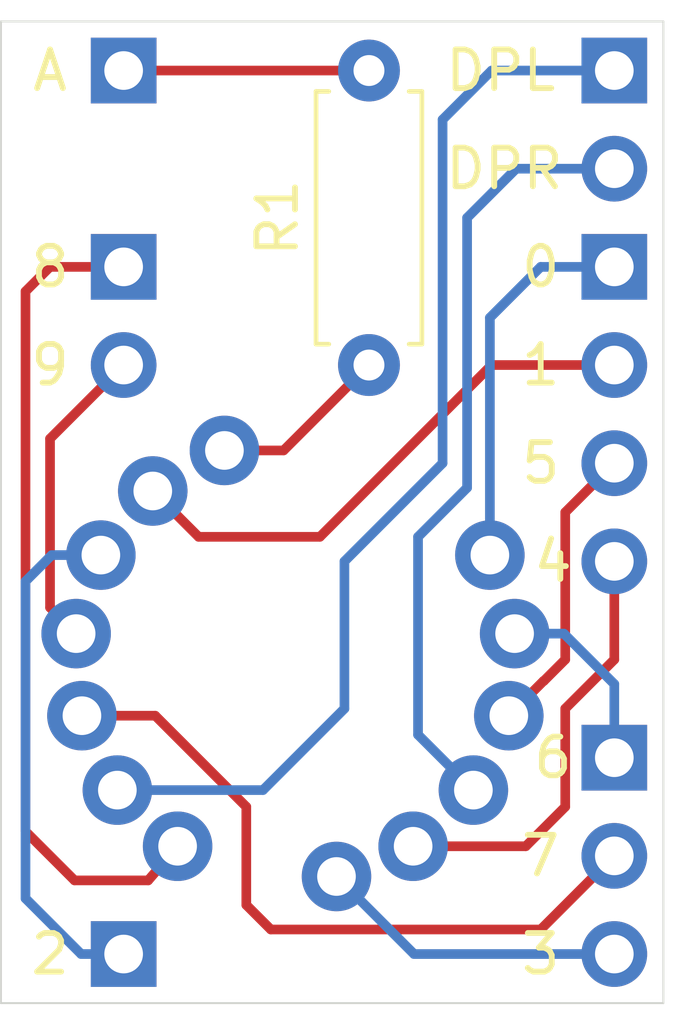
<source format=kicad_pcb>
(kicad_pcb (version 20171130) (host pcbnew "(5.1.5-0)")

  (general
    (thickness 1.6)
    (drawings 17)
    (tracks 58)
    (zones 0)
    (modules 8)
    (nets 15)
  )

  (page A4)
  (layers
    (0 F.Cu signal)
    (31 B.Cu signal hide)
    (32 B.Adhes user)
    (33 F.Adhes user)
    (34 B.Paste user)
    (35 F.Paste user)
    (36 B.SilkS user)
    (37 F.SilkS user)
    (38 B.Mask user)
    (39 F.Mask user)
    (40 Dwgs.User user)
    (41 Cmts.User user)
    (42 Eco1.User user)
    (43 Eco2.User user)
    (44 Edge.Cuts user)
    (45 Margin user)
    (46 B.CrtYd user)
    (47 F.CrtYd user hide)
    (48 B.Fab user)
    (49 F.Fab user hide)
  )

  (setup
    (last_trace_width 0.25)
    (trace_clearance 0.2)
    (zone_clearance 0.508)
    (zone_45_only no)
    (trace_min 0.2)
    (via_size 0.8)
    (via_drill 0.4)
    (via_min_size 0.4)
    (via_min_drill 0.3)
    (uvia_size 0.3)
    (uvia_drill 0.1)
    (uvias_allowed no)
    (uvia_min_size 0.2)
    (uvia_min_drill 0.1)
    (edge_width 0.05)
    (segment_width 0.2)
    (pcb_text_width 0.3)
    (pcb_text_size 1.5 1.5)
    (mod_edge_width 0.12)
    (mod_text_size 1 1)
    (mod_text_width 0.15)
    (pad_size 1.524 1.524)
    (pad_drill 0.762)
    (pad_to_mask_clearance 0.051)
    (solder_mask_min_width 0.25)
    (aux_axis_origin 0 0)
    (visible_elements FFFFFF7F)
    (pcbplotparams
      (layerselection 0x010fc_ffffffff)
      (usegerberextensions false)
      (usegerberattributes false)
      (usegerberadvancedattributes false)
      (creategerberjobfile false)
      (excludeedgelayer true)
      (linewidth 0.100000)
      (plotframeref false)
      (viasonmask false)
      (mode 1)
      (useauxorigin false)
      (hpglpennumber 1)
      (hpglpenspeed 20)
      (hpglpendiameter 15.000000)
      (psnegative false)
      (psa4output false)
      (plotreference true)
      (plotvalue true)
      (plotinvisibletext false)
      (padsonsilk false)
      (subtractmaskfromsilk false)
      (outputformat 1)
      (mirror false)
      (drillshape 1)
      (scaleselection 1)
      (outputdirectory ""))
  )

  (net 0 "")
  (net 1 "Net-(J1-Pad2)")
  (net 2 "Net-(J1-Pad1)")
  (net 3 "Net-(J2-Pad1)")
  (net 4 "Net-(J3-Pad4)")
  (net 5 "Net-(J3-Pad3)")
  (net 6 "Net-(J3-Pad2)")
  (net 7 "Net-(J3-Pad1)")
  (net 8 "Net-(J4-Pad3)")
  (net 9 "Net-(J4-Pad2)")
  (net 10 "Net-(J4-Pad1)")
  (net 11 "Net-(J5-Pad1)")
  (net 12 "Net-(J6-Pad2)")
  (net 13 "Net-(J6-Pad1)")
  (net 14 "Net-(R1-Pad1)")

  (net_class Default "This is the default net class."
    (clearance 0.2)
    (trace_width 0.25)
    (via_dia 0.8)
    (via_drill 0.4)
    (uvia_dia 0.3)
    (uvia_drill 0.1)
    (add_net "Net-(J1-Pad1)")
    (add_net "Net-(J1-Pad2)")
    (add_net "Net-(J2-Pad1)")
    (add_net "Net-(J3-Pad1)")
    (add_net "Net-(J3-Pad2)")
    (add_net "Net-(J3-Pad3)")
    (add_net "Net-(J3-Pad4)")
    (add_net "Net-(J4-Pad1)")
    (add_net "Net-(J4-Pad2)")
    (add_net "Net-(J4-Pad3)")
    (add_net "Net-(J5-Pad1)")
    (add_net "Net-(J6-Pad1)")
    (add_net "Net-(J6-Pad2)")
    (add_net "Net-(R1-Pad1)")
  )

  (module mynixies:mynixies-B5441-DSUB (layer F.Cu) (tedit 60C91DCE) (tstamp 60C91A2D)
    (at 4.445 10.16)
    (path /60C89D90)
    (attr virtual)
    (fp_text reference V1 (at 0 7.62) (layer F.SilkS) hide
      (effects (font (size 1.27 1.27) (thickness 0.1016)))
    )
    (fp_text value B5441 (at 3.81 -5.715) (layer F.SilkS) hide
      (effects (font (size 1.27 1.27) (thickness 0.1016)))
    )
    (pad 14 thru_hole circle (at 5.03428 -2.70256) (size 1.79832 1.79832) (drill 1) (layers *.Cu *.Mask)
      (net 7 "Net-(J3-Pad1)"))
    (pad 13 thru_hole circle (at 5.67436 -0.67056) (size 1.79832 1.79832) (drill 1) (layers *.Cu *.Mask)
      (net 10 "Net-(J4-Pad1)"))
    (pad 12 thru_hole circle (at 5.5245 1.45288) (size 1.79832 1.79832) (drill 1) (layers *.Cu *.Mask)
      (net 5 "Net-(J3-Pad3)"))
    (pad 11 thru_hole circle (at 4.60756 3.3782) (size 1.79832 1.79832) (drill 1) (layers *.Cu *.Mask)
      (net 12 "Net-(J6-Pad2)"))
    (pad 10 thru_hole circle (at 3.048 4.83108) (size 1.79832 1.79832) (drill 1) (layers *.Cu *.Mask)
      (net 4 "Net-(J3-Pad4)"))
    (pad 9 thru_hole circle (at 1.06426 5.6134) (size 1.79832 1.79832) (drill 1) (layers *.Cu *.Mask)
      (net 8 "Net-(J4-Pad3)"))
    (pad 7 thru_hole circle (at -3.048 4.83108) (size 1.79832 1.79832) (drill 1) (layers *.Cu *.Mask)
      (net 2 "Net-(J1-Pad1)"))
    (pad 6 thru_hole circle (at -4.60756 3.3782) (size 1.79832 1.79832) (drill 1) (layers *.Cu *.Mask)
      (net 13 "Net-(J6-Pad1)"))
    (pad 5 thru_hole circle (at -5.5245 1.45288) (size 1.79832 1.79832) (drill 1) (layers *.Cu *.Mask)
      (net 9 "Net-(J4-Pad2)"))
    (pad 4 thru_hole circle (at -5.67436 -0.67056) (size 1.79832 1.79832) (drill 1) (layers *.Cu *.Mask)
      (net 1 "Net-(J1-Pad2)"))
    (pad 3 thru_hole circle (at -5.03428 -2.70256) (size 1.79832 1.79832) (drill 1) (layers *.Cu *.Mask)
      (net 3 "Net-(J2-Pad1)"))
    (pad 2 thru_hole circle (at -3.69062 -4.36118) (size 1.79832 1.79832) (drill 1) (layers *.Cu *.Mask)
      (net 6 "Net-(J3-Pad2)"))
    (pad 1 thru_hole circle (at -1.83642 -5.4102) (size 1.79832 1.79832) (drill 1) (layers *.Cu *.Mask)
      (net 14 "Net-(R1-Pad1)"))
  )

  (module Connector_PinHeader_2.54mm:PinHeader_1x02_P2.54mm_Vertical (layer F.Cu) (tedit 60C91B3B) (tstamp 60C925B1)
    (at 12.7 -5.08)
    (descr "Through hole straight pin header, 1x02, 2.54mm pitch, single row")
    (tags "Through hole pin header THT 1x02 2.54mm single row")
    (path /60C99B07)
    (fp_text reference J6 (at -2.54 -0.635) (layer F.SilkS) hide
      (effects (font (size 1 1) (thickness 0.15)))
    )
    (fp_text value Conn_01x02_Male (at 0 4.87) (layer F.Fab)
      (effects (font (size 1 1) (thickness 0.15)))
    )
    (fp_text user %R (at 0 1.27 90) (layer F.Fab)
      (effects (font (size 1 1) (thickness 0.15)))
    )
    (fp_line (start 1.8 -1.8) (end -1.8 -1.8) (layer F.CrtYd) (width 0.05))
    (fp_line (start 1.8 4.35) (end 1.8 -1.8) (layer F.CrtYd) (width 0.05))
    (fp_line (start -1.8 4.35) (end 1.8 4.35) (layer F.CrtYd) (width 0.05))
    (fp_line (start -1.8 -1.8) (end -1.8 4.35) (layer F.CrtYd) (width 0.05))
    (fp_line (start -1.27 -0.635) (end -0.635 -1.27) (layer F.Fab) (width 0.1))
    (fp_line (start -1.27 3.81) (end -1.27 -0.635) (layer F.Fab) (width 0.1))
    (fp_line (start 1.27 3.81) (end -1.27 3.81) (layer F.Fab) (width 0.1))
    (fp_line (start 1.27 -1.27) (end 1.27 3.81) (layer F.Fab) (width 0.1))
    (fp_line (start -0.635 -1.27) (end 1.27 -1.27) (layer F.Fab) (width 0.1))
    (pad 2 thru_hole oval (at 0 2.54) (size 1.7 1.7) (drill 1) (layers *.Cu *.Mask)
      (net 12 "Net-(J6-Pad2)"))
    (pad 1 thru_hole rect (at 0 0) (size 1.7 1.7) (drill 1) (layers *.Cu *.Mask)
      (net 13 "Net-(J6-Pad1)"))
    (model ${KISYS3DMOD}/Connector_PinHeader_2.54mm.3dshapes/PinHeader_1x02_P2.54mm_Vertical.wrl
      (at (xyz 0 0 0))
      (scale (xyz 1 1 1))
      (rotate (xyz 0 0 0))
    )
  )

  (module Connector_PinHeader_2.54mm:PinHeader_1x03_P2.54mm_Vertical (layer F.Cu) (tedit 60C91B1D) (tstamp 60C91928)
    (at 12.7 12.7)
    (descr "Through hole straight pin header, 1x03, 2.54mm pitch, single row")
    (tags "Through hole pin header THT 1x03 2.54mm single row")
    (path /60C8A4E6)
    (fp_text reference J4 (at 0 -2.33) (layer F.SilkS) hide
      (effects (font (size 1 1) (thickness 0.15)))
    )
    (fp_text value Conn_01x03_Male (at 0 7.41) (layer F.Fab)
      (effects (font (size 1 1) (thickness 0.15)))
    )
    (fp_text user %R (at 0 2.54 90) (layer F.Fab)
      (effects (font (size 1 1) (thickness 0.15)))
    )
    (fp_line (start 1.8 -1.8) (end -1.8 -1.8) (layer F.CrtYd) (width 0.05))
    (fp_line (start 1.8 6.85) (end 1.8 -1.8) (layer F.CrtYd) (width 0.05))
    (fp_line (start -1.8 6.85) (end 1.8 6.85) (layer F.CrtYd) (width 0.05))
    (fp_line (start -1.8 -1.8) (end -1.8 6.85) (layer F.CrtYd) (width 0.05))
    (fp_line (start -1.27 -0.635) (end -0.635 -1.27) (layer F.Fab) (width 0.1))
    (fp_line (start -1.27 6.35) (end -1.27 -0.635) (layer F.Fab) (width 0.1))
    (fp_line (start 1.27 6.35) (end -1.27 6.35) (layer F.Fab) (width 0.1))
    (fp_line (start 1.27 -1.27) (end 1.27 6.35) (layer F.Fab) (width 0.1))
    (fp_line (start -0.635 -1.27) (end 1.27 -1.27) (layer F.Fab) (width 0.1))
    (pad 3 thru_hole oval (at 0 5.08) (size 1.7 1.7) (drill 1) (layers *.Cu *.Mask)
      (net 8 "Net-(J4-Pad3)"))
    (pad 2 thru_hole oval (at 0 2.54) (size 1.7 1.7) (drill 1) (layers *.Cu *.Mask)
      (net 9 "Net-(J4-Pad2)"))
    (pad 1 thru_hole rect (at 0 0) (size 1.7 1.7) (drill 1) (layers *.Cu *.Mask)
      (net 10 "Net-(J4-Pad1)"))
    (model ${KISYS3DMOD}/Connector_PinHeader_2.54mm.3dshapes/PinHeader_1x03_P2.54mm_Vertical.wrl
      (at (xyz 0 0 0))
      (scale (xyz 1 1 1))
      (rotate (xyz 0 0 0))
    )
  )

  (module Connector_PinHeader_2.54mm:PinHeader_1x04_P2.54mm_Vertical (layer F.Cu) (tedit 60C91B08) (tstamp 60C918A5)
    (at 12.7 0)
    (descr "Through hole straight pin header, 1x04, 2.54mm pitch, single row")
    (tags "Through hole pin header THT 1x04 2.54mm single row")
    (path /60C8B656)
    (fp_text reference J3 (at -2.54 -0.635) (layer F.SilkS) hide
      (effects (font (size 1 1) (thickness 0.15)))
    )
    (fp_text value Conn_01x04_Male (at 0 9.95) (layer F.Fab)
      (effects (font (size 1 1) (thickness 0.15)))
    )
    (fp_line (start -0.635 -1.27) (end 1.27 -1.27) (layer F.Fab) (width 0.1))
    (fp_line (start 1.27 -1.27) (end 1.27 8.89) (layer F.Fab) (width 0.1))
    (fp_line (start 1.27 8.89) (end -1.27 8.89) (layer F.Fab) (width 0.1))
    (fp_line (start -1.27 8.89) (end -1.27 -0.635) (layer F.Fab) (width 0.1))
    (fp_line (start -1.27 -0.635) (end -0.635 -1.27) (layer F.Fab) (width 0.1))
    (fp_line (start -1.8 -1.8) (end -1.8 9.4) (layer F.CrtYd) (width 0.05))
    (fp_line (start -1.8 9.4) (end 1.8 9.4) (layer F.CrtYd) (width 0.05))
    (fp_line (start 1.8 9.4) (end 1.8 -1.8) (layer F.CrtYd) (width 0.05))
    (fp_line (start 1.8 -1.8) (end -1.8 -1.8) (layer F.CrtYd) (width 0.05))
    (fp_text user %R (at 0 3.81 90) (layer F.Fab)
      (effects (font (size 1 1) (thickness 0.15)))
    )
    (pad 1 thru_hole rect (at 0 0) (size 1.7 1.7) (drill 1) (layers *.Cu *.Mask)
      (net 7 "Net-(J3-Pad1)"))
    (pad 2 thru_hole oval (at 0 2.54) (size 1.7 1.7) (drill 1) (layers *.Cu *.Mask)
      (net 6 "Net-(J3-Pad2)"))
    (pad 3 thru_hole oval (at 0 5.08) (size 1.7 1.7) (drill 1) (layers *.Cu *.Mask)
      (net 5 "Net-(J3-Pad3)"))
    (pad 4 thru_hole oval (at 0 7.62) (size 1.7 1.7) (drill 1) (layers *.Cu *.Mask)
      (net 4 "Net-(J3-Pad4)"))
    (model ${KISYS3DMOD}/Connector_PinHeader_2.54mm.3dshapes/PinHeader_1x04_P2.54mm_Vertical.wrl
      (at (xyz 0 0 0))
      (scale (xyz 1 1 1))
      (rotate (xyz 0 0 0))
    )
  )

  (module Connector_PinHeader_2.54mm:PinHeader_1x01_P2.54mm_Vertical (layer F.Cu) (tedit 60C91AE1) (tstamp 60C91336)
    (at 0 17.78)
    (descr "Through hole straight pin header, 1x01, 2.54mm pitch, single row")
    (tags "Through hole pin header THT 1x01 2.54mm single row")
    (path /60C8B1B4)
    (fp_text reference J2 (at -0.635 -2.33) (layer F.SilkS) hide
      (effects (font (size 1 1) (thickness 0.15)))
    )
    (fp_text value Conn_01x01_Male (at 0 2.33) (layer F.Fab)
      (effects (font (size 1 1) (thickness 0.15)))
    )
    (fp_text user %R (at 0 0 90) (layer F.Fab)
      (effects (font (size 1 1) (thickness 0.15)))
    )
    (fp_line (start 1.8 -1.8) (end -1.8 -1.8) (layer F.CrtYd) (width 0.05))
    (fp_line (start 1.8 1.8) (end 1.8 -1.8) (layer F.CrtYd) (width 0.05))
    (fp_line (start -1.8 1.8) (end 1.8 1.8) (layer F.CrtYd) (width 0.05))
    (fp_line (start -1.8 -1.8) (end -1.8 1.8) (layer F.CrtYd) (width 0.05))
    (fp_line (start -1.27 -0.635) (end -0.635 -1.27) (layer F.Fab) (width 0.1))
    (fp_line (start -1.27 1.27) (end -1.27 -0.635) (layer F.Fab) (width 0.1))
    (fp_line (start 1.27 1.27) (end -1.27 1.27) (layer F.Fab) (width 0.1))
    (fp_line (start 1.27 -1.27) (end 1.27 1.27) (layer F.Fab) (width 0.1))
    (fp_line (start -0.635 -1.27) (end 1.27 -1.27) (layer F.Fab) (width 0.1))
    (pad 1 thru_hole rect (at 0 0) (size 1.7 1.7) (drill 1) (layers *.Cu *.Mask)
      (net 3 "Net-(J2-Pad1)"))
    (model ${KISYS3DMOD}/Connector_PinHeader_2.54mm.3dshapes/PinHeader_1x01_P2.54mm_Vertical.wrl
      (at (xyz 0 0 0))
      (scale (xyz 1 1 1))
      (rotate (xyz 0 0 0))
    )
  )

  (module Connector_PinHeader_2.54mm:PinHeader_1x02_P2.54mm_Vertical (layer F.Cu) (tedit 60C9179D) (tstamp 60C91321)
    (at 0 0)
    (descr "Through hole straight pin header, 1x02, 2.54mm pitch, single row")
    (tags "Through hole pin header THT 1x02 2.54mm single row")
    (path /60C8ACA0)
    (fp_text reference J1 (at 0 -2.33) (layer F.SilkS) hide
      (effects (font (size 1 1) (thickness 0.15)))
    )
    (fp_text value Conn_01x02_Male (at 0 4.87) (layer F.Fab)
      (effects (font (size 1 1) (thickness 0.15)))
    )
    (fp_text user %R (at 0 1.27 90) (layer F.Fab)
      (effects (font (size 1 1) (thickness 0.15)))
    )
    (fp_line (start 1.8 -1.8) (end -1.8 -1.8) (layer F.CrtYd) (width 0.05))
    (fp_line (start 1.8 4.35) (end 1.8 -1.8) (layer F.CrtYd) (width 0.05))
    (fp_line (start -1.8 4.35) (end 1.8 4.35) (layer F.CrtYd) (width 0.05))
    (fp_line (start -1.8 -1.8) (end -1.8 4.35) (layer F.CrtYd) (width 0.05))
    (fp_line (start -1.27 -0.635) (end -0.635 -1.27) (layer F.Fab) (width 0.1))
    (fp_line (start -1.27 3.81) (end -1.27 -0.635) (layer F.Fab) (width 0.1))
    (fp_line (start 1.27 3.81) (end -1.27 3.81) (layer F.Fab) (width 0.1))
    (fp_line (start 1.27 -1.27) (end 1.27 3.81) (layer F.Fab) (width 0.1))
    (fp_line (start -0.635 -1.27) (end 1.27 -1.27) (layer F.Fab) (width 0.1))
    (pad 2 thru_hole oval (at 0 2.54) (size 1.7 1.7) (drill 1) (layers *.Cu *.Mask)
      (net 1 "Net-(J1-Pad2)"))
    (pad 1 thru_hole rect (at 0 0) (size 1.7 1.7) (drill 1) (layers *.Cu *.Mask)
      (net 2 "Net-(J1-Pad1)"))
    (model ${KISYS3DMOD}/Connector_PinHeader_2.54mm.3dshapes/PinHeader_1x02_P2.54mm_Vertical.wrl
      (at (xyz 0 0 0))
      (scale (xyz 1 1 1))
      (rotate (xyz 0 0 0))
    )
  )

  (module Connector_PinHeader_2.54mm:PinHeader_1x01_P2.54mm_Vertical (layer F.Cu) (tedit 60C9175A) (tstamp 60C9137A)
    (at 0 -5.08)
    (descr "Through hole straight pin header, 1x01, 2.54mm pitch, single row")
    (tags "Through hole pin header THT 1x01 2.54mm single row")
    (path /60C8F83B)
    (fp_text reference J5 (at 2.54 -0.635) (layer F.SilkS) hide
      (effects (font (size 1 1) (thickness 0.15)))
    )
    (fp_text value Conn_01x01_Male (at 0 2.33) (layer F.Fab)
      (effects (font (size 1 1) (thickness 0.15)))
    )
    (fp_text user %R (at 0 0 90) (layer F.Fab)
      (effects (font (size 1 1) (thickness 0.15)))
    )
    (fp_line (start 1.8 -1.8) (end -1.8 -1.8) (layer F.CrtYd) (width 0.05))
    (fp_line (start 1.8 1.8) (end 1.8 -1.8) (layer F.CrtYd) (width 0.05))
    (fp_line (start -1.8 1.8) (end 1.8 1.8) (layer F.CrtYd) (width 0.05))
    (fp_line (start -1.8 -1.8) (end -1.8 1.8) (layer F.CrtYd) (width 0.05))
    (fp_line (start -1.27 -0.635) (end -0.635 -1.27) (layer F.Fab) (width 0.1))
    (fp_line (start -1.27 1.27) (end -1.27 -0.635) (layer F.Fab) (width 0.1))
    (fp_line (start 1.27 1.27) (end -1.27 1.27) (layer F.Fab) (width 0.1))
    (fp_line (start 1.27 -1.27) (end 1.27 1.27) (layer F.Fab) (width 0.1))
    (fp_line (start -0.635 -1.27) (end 1.27 -1.27) (layer F.Fab) (width 0.1))
    (pad 1 thru_hole rect (at 0 0) (size 1.7 1.7) (drill 1) (layers *.Cu *.Mask)
      (net 11 "Net-(J5-Pad1)"))
    (model ${KISYS3DMOD}/Connector_PinHeader_2.54mm.3dshapes/PinHeader_1x01_P2.54mm_Vertical.wrl
      (at (xyz 0 0 0))
      (scale (xyz 1 1 1))
      (rotate (xyz 0 0 0))
    )
  )

  (module Resistor_THT:R_Axial_DIN0207_L6.3mm_D2.5mm_P7.62mm_Horizontal (layer F.Cu) (tedit 5AE5139B) (tstamp 60C913A7)
    (at 6.35 2.54 90)
    (descr "Resistor, Axial_DIN0207 series, Axial, Horizontal, pin pitch=7.62mm, 0.25W = 1/4W, length*diameter=6.3*2.5mm^2, http://cdn-reichelt.de/documents/datenblatt/B400/1_4W%23YAG.pdf")
    (tags "Resistor Axial_DIN0207 series Axial Horizontal pin pitch 7.62mm 0.25W = 1/4W length 6.3mm diameter 2.5mm")
    (path /60C90946)
    (fp_text reference R1 (at 3.81 -2.37 90) (layer F.SilkS)
      (effects (font (size 1 1) (thickness 0.15)))
    )
    (fp_text value 30K (at 3.81 2.37 90) (layer F.Fab)
      (effects (font (size 1 1) (thickness 0.15)))
    )
    (fp_text user %R (at 3.81 0 90) (layer F.Fab)
      (effects (font (size 1 1) (thickness 0.15)))
    )
    (fp_line (start 8.67 -1.5) (end -1.05 -1.5) (layer F.CrtYd) (width 0.05))
    (fp_line (start 8.67 1.5) (end 8.67 -1.5) (layer F.CrtYd) (width 0.05))
    (fp_line (start -1.05 1.5) (end 8.67 1.5) (layer F.CrtYd) (width 0.05))
    (fp_line (start -1.05 -1.5) (end -1.05 1.5) (layer F.CrtYd) (width 0.05))
    (fp_line (start 7.08 1.37) (end 7.08 1.04) (layer F.SilkS) (width 0.12))
    (fp_line (start 0.54 1.37) (end 7.08 1.37) (layer F.SilkS) (width 0.12))
    (fp_line (start 0.54 1.04) (end 0.54 1.37) (layer F.SilkS) (width 0.12))
    (fp_line (start 7.08 -1.37) (end 7.08 -1.04) (layer F.SilkS) (width 0.12))
    (fp_line (start 0.54 -1.37) (end 7.08 -1.37) (layer F.SilkS) (width 0.12))
    (fp_line (start 0.54 -1.04) (end 0.54 -1.37) (layer F.SilkS) (width 0.12))
    (fp_line (start 7.62 0) (end 6.96 0) (layer F.Fab) (width 0.1))
    (fp_line (start 0 0) (end 0.66 0) (layer F.Fab) (width 0.1))
    (fp_line (start 6.96 -1.25) (end 0.66 -1.25) (layer F.Fab) (width 0.1))
    (fp_line (start 6.96 1.25) (end 6.96 -1.25) (layer F.Fab) (width 0.1))
    (fp_line (start 0.66 1.25) (end 6.96 1.25) (layer F.Fab) (width 0.1))
    (fp_line (start 0.66 -1.25) (end 0.66 1.25) (layer F.Fab) (width 0.1))
    (pad 2 thru_hole oval (at 7.62 0 90) (size 1.6 1.6) (drill 0.8) (layers *.Cu *.Mask)
      (net 11 "Net-(J5-Pad1)"))
    (pad 1 thru_hole circle (at 0 0 90) (size 1.6 1.6) (drill 0.8) (layers *.Cu *.Mask)
      (net 14 "Net-(R1-Pad1)"))
    (model ${KISYS3DMOD}/Resistor_THT.3dshapes/R_Axial_DIN0207_L6.3mm_D2.5mm_P7.62mm_Horizontal.wrl
      (at (xyz 0 0 0))
      (scale (xyz 1 1 1))
      (rotate (xyz 0 0 0))
    )
  )

  (gr_text 3 (at 10.795 17.78) (layer F.SilkS) (tstamp 60C91ED8)
    (effects (font (size 1 1) (thickness 0.15)))
  )
  (gr_text 7 (at 10.795 15.24) (layer F.SilkS) (tstamp 60C91ED6)
    (effects (font (size 1 1) (thickness 0.15)))
  )
  (gr_text 6 (at 11.1125 12.7) (layer F.SilkS) (tstamp 60C91ED4)
    (effects (font (size 1 1) (thickness 0.15)))
  )
  (gr_text "4\n" (at 11.1125 7.62) (layer F.SilkS) (tstamp 60C91ED2)
    (effects (font (size 1 1) (thickness 0.15)))
  )
  (gr_text 2 (at -1.905 17.78) (layer F.SilkS) (tstamp 60C91ED0)
    (effects (font (size 1 1) (thickness 0.15)))
  )
  (gr_text 5 (at 10.795 5.08) (layer F.SilkS) (tstamp 60C91ECE)
    (effects (font (size 1 1) (thickness 0.15)))
  )
  (gr_text 1 (at 10.795 2.54) (layer F.SilkS) (tstamp 60C91ECC)
    (effects (font (size 1 1) (thickness 0.15)))
  )
  (gr_text 0 (at 10.795 0) (layer F.SilkS) (tstamp 60C91ECA)
    (effects (font (size 1 1) (thickness 0.15)))
  )
  (gr_text DPR (at 8.255 -2.54) (layer F.SilkS) (tstamp 60C91EC8)
    (effects (font (size 1 1) (thickness 0.15)) (justify left))
  )
  (gr_text "DPL\n" (at 8.255 -5.08) (layer F.SilkS) (tstamp 60C91EC6)
    (effects (font (size 1 1) (thickness 0.15)) (justify left))
  )
  (gr_text 9 (at -1.905 2.54) (layer F.SilkS) (tstamp 60C91EC4)
    (effects (font (size 1 1) (thickness 0.15)))
  )
  (gr_text 8 (at -1.905 0) (layer F.SilkS)
    (effects (font (size 1 1) (thickness 0.15)))
  )
  (gr_text "A\n" (at -1.905 -5.08) (layer F.SilkS)
    (effects (font (size 1 1) (thickness 0.15)))
  )
  (gr_line (start -3.175 -6.35) (end 13.97 -6.35) (layer Edge.Cuts) (width 0.05) (tstamp 60C9256A))
  (gr_line (start -3.175 19.05) (end -3.175 -6.35) (layer Edge.Cuts) (width 0.05))
  (gr_line (start 13.97 19.05) (end -3.175 19.05) (layer Edge.Cuts) (width 0.05))
  (gr_line (start 13.97 -6.35) (end 13.97 19.05) (layer Edge.Cuts) (width 0.05))

  (segment (start -1.905 8.8138) (end -1.22936 9.48944) (width 0.25) (layer F.Cu) (net 1) (status 20))
  (segment (start -1.905 4.445) (end -1.905 8.8138) (width 0.25) (layer F.Cu) (net 1))
  (segment (start 0 2.54) (end -1.905 4.445) (width 0.25) (layer F.Cu) (net 1) (status 10))
  (segment (start 0 0) (end -1.905 0) (width 0.25) (layer F.Cu) (net 2) (status 10))
  (segment (start -1.27 15.875) (end 0.635 15.875) (width 0.25) (layer F.Cu) (net 2))
  (segment (start 0.635 15.875) (end 1.397 14.99108) (width 0.25) (layer F.Cu) (net 2) (status 20))
  (segment (start -2.54 0.635) (end -2.54 14.605) (width 0.25) (layer F.Cu) (net 2))
  (segment (start -2.54 14.605) (end -1.27 15.875) (width 0.25) (layer F.Cu) (net 2))
  (segment (start -1.905 0) (end -2.54 0.635) (width 0.25) (layer F.Cu) (net 2))
  (segment (start -1.1 17.78) (end -2.54 16.34) (width 0.25) (layer B.Cu) (net 3))
  (segment (start 0 17.78) (end -1.1 17.78) (width 0.25) (layer B.Cu) (net 3) (status 10))
  (segment (start -1.860884 7.45744) (end -0.58928 7.45744) (width 0.25) (layer B.Cu) (net 3) (status 20))
  (segment (start -2.54 8.136556) (end -1.860884 7.45744) (width 0.25) (layer B.Cu) (net 3))
  (segment (start -2.54 16.34) (end -2.54 8.136556) (width 0.25) (layer B.Cu) (net 3))
  (segment (start 11.43 13.97) (end 11.43 11.43) (width 0.25) (layer F.Cu) (net 4))
  (segment (start 11.43 11.43) (end 12.7 10.16) (width 0.25) (layer F.Cu) (net 4))
  (segment (start 10.40892 14.99108) (end 11.43 13.97) (width 0.25) (layer F.Cu) (net 4))
  (segment (start 12.7 10.16) (end 12.7 7.62) (width 0.25) (layer F.Cu) (net 4))
  (segment (start 7.493 14.99108) (end 10.40892 14.99108) (width 0.25) (layer F.Cu) (net 4))
  (segment (start 10.868659 10.713721) (end 10.876279 10.713721) (width 0.25) (layer F.Cu) (net 5))
  (segment (start 9.9695 11.61288) (end 10.868659 10.713721) (width 0.25) (layer F.Cu) (net 5) (status 10))
  (segment (start 10.876279 10.713721) (end 11.43 10.16) (width 0.25) (layer F.Cu) (net 5))
  (segment (start 11.43 6.35) (end 12.7 5.08) (width 0.25) (layer F.Cu) (net 5) (status 20))
  (segment (start 11.43 10.16) (end 11.43 6.35) (width 0.25) (layer F.Cu) (net 5))
  (segment (start 0.75438 5.79882) (end 1.94056 6.985) (width 0.25) (layer F.Cu) (net 6) (status 10))
  (segment (start 1.94056 6.985) (end 5.08 6.985) (width 0.25) (layer F.Cu) (net 6))
  (segment (start 9.525 2.54) (end 12.7 2.54) (width 0.25) (layer F.Cu) (net 6) (status 20))
  (segment (start 5.08 6.985) (end 9.525 2.54) (width 0.25) (layer F.Cu) (net 6))
  (segment (start 10.795 0) (end 12.7 0) (width 0.25) (layer B.Cu) (net 7))
  (segment (start 9.47928 1.31572) (end 10.795 0) (width 0.25) (layer B.Cu) (net 7))
  (segment (start 9.47928 7.45744) (end 9.47928 1.31572) (width 0.25) (layer B.Cu) (net 7))
  (segment (start 7.51586 17.78) (end 5.50926 15.7734) (width 0.25) (layer B.Cu) (net 8) (status 20))
  (segment (start 12.7 17.78) (end 7.51586 17.78) (width 0.25) (layer B.Cu) (net 8) (status 10))
  (segment (start 10.795 17.145) (end 12.7 15.24) (width 0.25) (layer F.Cu) (net 9) (status 20))
  (segment (start 3.81 17.145) (end 10.795 17.145) (width 0.25) (layer F.Cu) (net 9))
  (segment (start 3.175 13.97) (end 3.175 16.51) (width 0.25) (layer F.Cu) (net 9))
  (segment (start 3.175 16.51) (end 3.81 17.145) (width 0.25) (layer F.Cu) (net 9))
  (segment (start 0.81788 11.61288) (end 3.175 13.97) (width 0.25) (layer F.Cu) (net 9))
  (segment (start -1.0795 11.61288) (end 0.81788 11.61288) (width 0.25) (layer F.Cu) (net 9) (status 10))
  (segment (start 12.7 10.795) (end 11.39444 9.48944) (width 0.25) (layer B.Cu) (net 10))
  (segment (start 11.39444 9.48944) (end 10.11936 9.48944) (width 0.25) (layer B.Cu) (net 10) (status 20))
  (segment (start 12.7 12.7) (end 12.7 10.795) (width 0.25) (layer B.Cu) (net 10) (status 10))
  (segment (start 0 -5.08) (end 6.35 -5.08) (width 0.25) (layer F.Cu) (net 11) (status 30))
  (segment (start 7.62 12.10564) (end 9.05256 13.5382) (width 0.25) (layer B.Cu) (net 12) (status 20))
  (segment (start 8.89 5.715) (end 7.62 6.985) (width 0.25) (layer B.Cu) (net 12))
  (segment (start 8.89 -1.27) (end 8.89 5.715) (width 0.25) (layer B.Cu) (net 12))
  (segment (start 10.16 -2.54) (end 8.89 -1.27) (width 0.25) (layer B.Cu) (net 12))
  (segment (start 7.62 6.985) (end 7.62 12.10564) (width 0.25) (layer B.Cu) (net 12))
  (segment (start 12.7 -2.54) (end 10.16 -2.54) (width 0.25) (layer B.Cu) (net 12) (status 10))
  (segment (start 3.6068 13.5382) (end -0.16256 13.5382) (width 0.25) (layer B.Cu) (net 13) (status 20))
  (segment (start 5.715 11.43) (end 3.6068 13.5382) (width 0.25) (layer B.Cu) (net 13))
  (segment (start 5.715 7.62) (end 5.715 11.43) (width 0.25) (layer B.Cu) (net 13))
  (segment (start 9.525 -5.08) (end 8.255 -3.81) (width 0.25) (layer B.Cu) (net 13))
  (segment (start 8.255 5.08) (end 5.715 7.62) (width 0.25) (layer B.Cu) (net 13))
  (segment (start 8.255 -3.81) (end 8.255 5.08) (width 0.25) (layer B.Cu) (net 13))
  (segment (start 12.7 -5.08) (end 9.525 -5.08) (width 0.25) (layer B.Cu) (net 13) (status 10))
  (segment (start 4.1402 4.7498) (end 6.35 2.54) (width 0.25) (layer F.Cu) (net 14) (status 20))
  (segment (start 2.60858 4.7498) (end 4.1402 4.7498) (width 0.25) (layer F.Cu) (net 14) (status 10))

)

</source>
